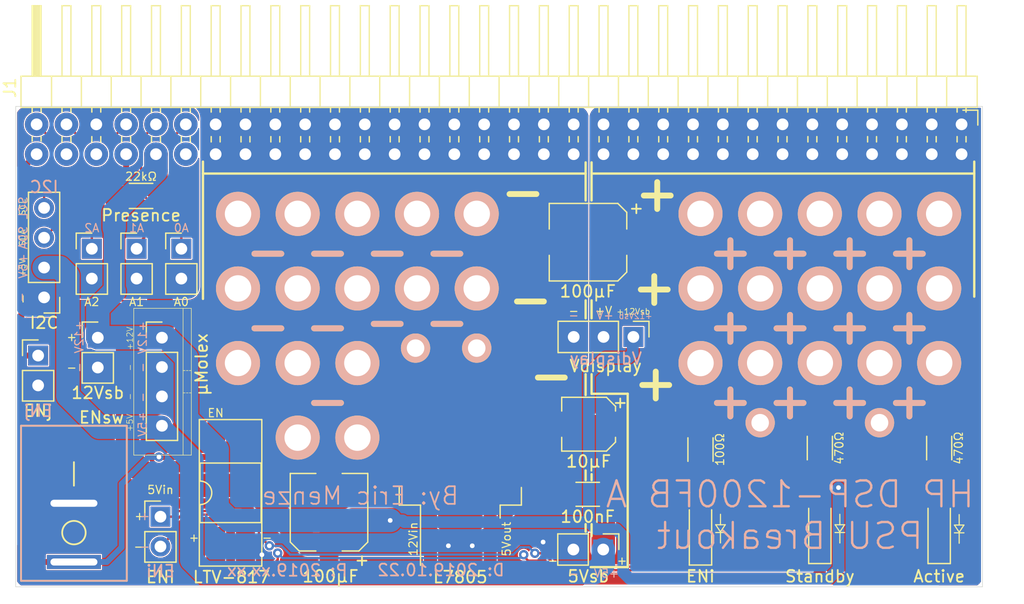
<source format=kicad_pcb>
(kicad_pcb (version 20171130) (host pcbnew "(5.1.4)-1")
  (layers (0 F.Cu signal) (31 B.Cu signal) (34 B.Paste user) (35 F.Paste user) (36 B.SilkS user) (37 F.SilkS user) (38 B.Mask user) (39 F.Mask user) (44 Edge.Cuts user))
  (net 0 "")
  (net 1 GNDREF)
  (net 2 +12Vstandby)
  (net 3 +5V)
  (net 4 +12V)
  (net 5 "Net-(D1-Pad2)")
  (net 6 "Net-(D1-Pad1)")
  (net 7 "Net-(D2-Pad2)")
  (net 8 "Net-(D3-Pad2)")
  (net 9 Alarm)
  (net 10 PRESENT)
  (net 11 Status)
  (net 12 Monitor)
  (net 13 "#ENABLE")
  (net 14 SCL)
  (net 15 SDA)
  (net 16 GNDS)
  (net 17 A2)
  (net 18 A1)
  (net 19 A0)
  (net 20 "Net-(J3-Pad2)")
  (net 21 "Net-(J3-Pad1)")
  (module Footprints:Berg_FDD_Power_1x04_2.50mm (layer F.Cu) (at 129.413 66.421)
    (fp_text reference J4)
    (fp_text value µMolex (at 3.3782 2.286 90) (layer F.SilkS))
    (pad 1 thru_hole rect (at 0 0) (size 1.7 1.7) (drill 1) (layers *.Cu *.Mask) (net 2 +12Vstandby))
    (pad 2 thru_hole oval (at 0 2.5) (size 1.7 1.7) (drill 1) (layers *.Cu *.Mask) (net 1 GNDREF))
    (pad 3 thru_hole oval (at 0 5) (size 1.7 1.7) (drill 1) (layers *.Cu *.Mask) (net 1 GNDREF))
    (pad 4 thru_hole oval (at 0 7.5) (size 1.7 1.7) (drill 1) (layers *.Cu *.Mask) (net 3 +5V))
  )
  (module Footprints:WIRE-16AWG (layer F.Cu) (at 156.21 67.31)
    (fp_text reference J45 hide)
    (fp_text value 0V hide)
    (pad 1 thru_hole circle (at 0 0) (size 2.49 2.49) (drill 1.49) (layers *.Cu *.SilkS *.Mask) (net 1 GNDREF))
  )
  (module Footprints:WIRE-16AWG (layer F.Cu) (at 151.003 67.31)
    (fp_text reference J44 hide)
    (fp_text value 0V hide)
    (pad 1 thru_hole circle (at 0 0) (size 2.49 2.49) (drill 1.49) (layers *.Cu *.SilkS *.Mask) (net 1 GNDREF))
  )
  (module Footprints:WIRE-16AWG (layer F.Cu) (at 190.5 73.66)
    (fp_text reference J43 hide)
    (fp_text value +12V hide)
    (pad 1 thru_hole circle (at 0 0) (size 2.49 2.49) (drill 1.49) (layers *.Cu *.SilkS *.Mask) (net 4 +12V))
  )
  (module Footprints:WIRE-16AWG (layer F.Cu) (at 180.34 73.66)
    (fp_text reference J42 hide)
    (fp_text value +12V hide)
    (pad 1 thru_hole circle (at 0 0) (size 2.49 2.49) (drill 1.49) (layers *.Cu *.SilkS *.Mask) (net 4 +12V))
  )
  (module Footprints:WIRE-12AWG (layer F.Cu) (at 146.05 74.93)
    (fp_text reference J41 hide)
    (fp_text value 0V hide)
    (pad 1 thru_hole circle (at 0 0) (size 3.75 3.75) (drill 2.25) (layers *.Cu *.SilkS *.Mask) (net 1 GNDREF))
  )
  (module Footprints:WIRE-12AWG (layer F.Cu) (at 146.05 68.58)
    (fp_text reference J40 hide)
    (fp_text value 0V hide)
    (pad 1 thru_hole circle (at 0 0) (size 3.75 3.75) (drill 2.25) (layers *.Cu *.SilkS *.Mask) (net 1 GNDREF))
  )
  (module Footprints:WIRE-12AWG (layer F.Cu) (at 140.97 74.93)
    (fp_text reference J39 hide)
    (fp_text value 0V hide)
    (pad 1 thru_hole circle (at 0 0) (size 3.75 3.75) (drill 2.25) (layers *.Cu *.SilkS *.Mask) (net 1 GNDREF))
  )
  (module Footprints:WIRE-12AWG (layer F.Cu) (at 180.34 68.58)
    (fp_text reference J38 hide)
    (fp_text value +12V hide)
    (pad 1 thru_hole circle (at 0 0) (size 3.75 3.75) (drill 2.25) (layers *.Cu *.SilkS *.Mask) (net 4 +12V))
  )
  (module Footprints:WIRE-12AWG (layer F.Cu) (at 175.26 62.23)
    (fp_text reference J37 hide)
    (fp_text value +12V hide)
    (pad 1 thru_hole circle (at 0 0) (size 3.75 3.75) (drill 2.25) (layers *.Cu *.SilkS *.Mask) (net 4 +12V))
  )
  (module Footprints:WIRE-12AWG (layer F.Cu) (at 175.26 68.58)
    (fp_text reference J36 hide)
    (fp_text value +12V hide)
    (pad 1 thru_hole circle (at 0 0) (size 3.75 3.75) (drill 2.25) (layers *.Cu *.SilkS *.Mask) (net 4 +12V))
  )
  (module Footprints:WIRE-12AWG (layer F.Cu) (at 135.89 68.58)
    (fp_text reference J35 hide)
    (fp_text value 0V hide)
    (pad 1 thru_hole circle (at 0 0) (size 3.75 3.75) (drill 2.25) (layers *.Cu *.SilkS *.Mask) (net 1 GNDREF))
  )
  (module Footprints:WIRE-12AWG (layer F.Cu) (at 156.21 62.23)
    (fp_text reference J34 hide)
    (fp_text value 0V hide)
    (pad 1 thru_hole circle (at 0 0) (size 3.75 3.75) (drill 2.25) (layers *.Cu *.SilkS *.Mask) (net 1 GNDREF))
  )
  (module Footprints:WIRE-12AWG (layer F.Cu) (at 151.13 62.23)
    (fp_text reference J33 hide)
    (fp_text value 0V hide)
    (pad 1 thru_hole circle (at 0 0) (size 3.75 3.75) (drill 2.25) (layers *.Cu *.SilkS *.Mask) (net 1 GNDREF))
  )
  (module Footprints:WIRE-12AWG (layer F.Cu) (at 140.97 68.58)
    (fp_text reference J32 hide)
    (fp_text value 0V hide)
    (pad 1 thru_hole circle (at 0 0) (size 3.75 3.75) (drill 2.25) (layers *.Cu *.SilkS *.Mask) (net 1 GNDREF))
  )
  (module Footprints:WIRE-12AWG (layer F.Cu) (at 185.42 68.58)
    (fp_text reference J31 hide)
    (fp_text value +12V hide)
    (pad 1 thru_hole circle (at 0 0) (size 3.75 3.75) (drill 2.25) (layers *.Cu *.SilkS *.Mask) (net 4 +12V))
  )
  (module Footprints:WIRE-12AWG (layer F.Cu) (at 195.58 62.23)
    (fp_text reference J30 hide)
    (fp_text value +12V hide)
    (pad 1 thru_hole circle (at 0 0) (size 3.75 3.75) (drill 2.25) (layers *.Cu *.SilkS *.Mask) (net 4 +12V))
  )
  (module Footprints:WIRE-12AWG (layer F.Cu) (at 180.34 62.23)
    (fp_text reference J29 hide)
    (fp_text value +12V hide)
    (pad 1 thru_hole circle (at 0 0) (size 3.75 3.75) (drill 2.25) (layers *.Cu *.SilkS *.Mask) (net 4 +12V))
  )
  (module Footprints:WIRE-12AWG (layer F.Cu) (at 185.42 62.23)
    (fp_text reference J28 hide)
    (fp_text value +12V hide)
    (pad 1 thru_hole circle (at 0 0) (size 3.75 3.75) (drill 2.25) (layers *.Cu *.SilkS *.Mask) (net 4 +12V))
  )
  (module Footprints:WIRE-12AWG (layer F.Cu) (at 135.89 62.23)
    (fp_text reference J27 hide)
    (fp_text value 0V hide)
    (pad 1 thru_hole circle (at 0 0) (size 3.75 3.75) (drill 2.25) (layers *.Cu *.SilkS *.Mask) (net 1 GNDREF))
  )
  (module Footprints:WIRE-12AWG (layer F.Cu) (at 140.97 62.23)
    (fp_text reference J26 hide)
    (fp_text value 0V hide)
    (pad 1 thru_hole circle (at 0 0) (size 3.75 3.75) (drill 2.25) (layers *.Cu *.SilkS *.Mask) (net 1 GNDREF))
  )
  (module Footprints:WIRE-12AWG (layer F.Cu) (at 146.05 62.23)
    (fp_text reference J25 hide)
    (fp_text value 0V hide)
    (pad 1 thru_hole circle (at 0 0) (size 3.75 3.75) (drill 2.25) (layers *.Cu *.SilkS *.Mask) (net 1 GNDREF))
  )
  (module Footprints:WIRE-12AWG (layer F.Cu) (at 156.21 55.88)
    (fp_text reference J24 hide)
    (fp_text value 0V hide)
    (pad 1 thru_hole circle (at 0 0) (size 3.75 3.75) (drill 2.25) (layers *.Cu *.SilkS *.Mask) (net 1 GNDREF))
  )
  (module Footprints:WIRE-12AWG (layer F.Cu) (at 195.58 68.58)
    (fp_text reference J23 hide)
    (fp_text value +12V hide)
    (pad 1 thru_hole circle (at 0 0) (size 3.75 3.75) (drill 2.25) (layers *.Cu *.SilkS *.Mask) (net 4 +12V))
  )
  (module Footprints:WIRE-12AWG (layer F.Cu) (at 190.5 68.58)
    (fp_text reference J22 hide)
    (fp_text value +12V hide)
    (pad 1 thru_hole circle (at 0 0) (size 3.75 3.75) (drill 2.25) (layers *.Cu *.SilkS *.Mask) (net 4 +12V))
  )
  (module Footprints:WIRE-12AWG (layer F.Cu) (at 195.58 55.88)
    (fp_text reference J21 hide)
    (fp_text value +12V hide)
    (pad 1 thru_hole circle (at 0 0) (size 3.75 3.75) (drill 2.25) (layers *.Cu *.SilkS *.Mask) (net 4 +12V))
  )
  (module Footprints:WIRE-12AWG (layer F.Cu) (at 190.5 62.23)
    (fp_text reference J20 hide)
    (fp_text value +12V hide)
    (pad 1 thru_hole circle (at 0 0) (size 3.75 3.75) (drill 2.25) (layers *.Cu *.SilkS *.Mask) (net 4 +12V))
  )
  (module Footprints:WIRE-12AWG (layer F.Cu) (at 140.97 55.88)
    (fp_text reference J19 hide)
    (fp_text value 0V hide)
    (pad 1 thru_hole circle (at 0 0) (size 3.75 3.75) (drill 2.25) (layers *.Cu *.SilkS *.Mask) (net 1 GNDREF))
  )
  (module Footprints:WIRE-12AWG (layer F.Cu) (at 146.05 55.88)
    (fp_text reference J18 hide)
    (fp_text value 0V hide)
    (pad 1 thru_hole circle (at 0 0) (size 3.75 3.75) (drill 2.25) (layers *.Cu *.SilkS *.Mask) (net 1 GNDREF))
  )
  (module Footprints:WIRE-12AWG (layer F.Cu) (at 151.13 55.88)
    (fp_text reference J17 hide)
    (fp_text value 0V hide)
    (pad 1 thru_hole circle (at 0 0) (size 3.75 3.75) (drill 2.25) (layers *.Cu *.SilkS *.Mask) (net 1 GNDREF))
  )
  (module Footprints:WIRE-12AWG (layer F.Cu) (at 185.42 55.88)
    (fp_text reference J16 hide)
    (fp_text value +12V hide)
    (pad 1 thru_hole circle (at 0 0) (size 3.75 3.75) (drill 2.25) (layers *.Cu *.SilkS *.Mask) (net 4 +12V))
  )
  (module Footprints:WIRE-12AWG (layer F.Cu) (at 175.26 55.88)
    (fp_text reference J15 hide)
    (fp_text value +12V hide)
    (pad 1 thru_hole circle (at 0 0) (size 3.75 3.75) (drill 2.25) (layers *.Cu *.SilkS *.Mask) (net 4 +12V))
  )
  (module Footprints:WIRE-12AWG (layer F.Cu) (at 180.34 55.88)
    (fp_text reference J14 hide)
    (fp_text value +12V hide)
    (pad 1 thru_hole circle (at 0 0) (size 3.75 3.75) (drill 2.25) (layers *.Cu *.SilkS *.Mask) (net 4 +12V))
  )
  (module Footprints:WIRE-12AWG (layer F.Cu) (at 135.89 55.88)
    (fp_text reference J13 hide)
    (fp_text value 0V hide)
    (pad 1 thru_hole circle (at 0 0) (size 3.75 3.75) (drill 2.25) (layers *.Cu *.SilkS *.Mask) (net 1 GNDREF))
  )
  (module Footprints:WIRE-12AWG (layer F.Cu) (at 190.5 55.88)
    (fp_text reference J12 hide)
    (fp_text value +12V hide)
    (pad 1 thru_hole circle (at 0 0) (size 3.75 3.75) (drill 2.25) (layers *.Cu *.SilkS *.Mask) (net 4 +12V))
  )
  (module Capacitors_SMD:CP_Elec_6.3x5.3 (layer F.Cu) (at 143.637 81.28 90)
    (fp_text reference C1)
    (fp_text value 100µF (at -5.461 0.127 180) (layer F.SilkS))
    (fp_text user + (at -4.1275 2.7305 90) (layer F.SilkS))
    (pad 2 smd rect (at 2.7 0 270) (size 3.5 1.6) (layers F.Cu F.Paste F.Mask) (net 1 GNDREF))
    (pad 1 smd rect (at -2.7 0 270) (size 3.5 1.6) (layers F.Cu F.Paste F.Mask) (net 2 +12Vstandby))
  )
  (module Capacitors_SMD:CP_Elec_4x5.3 (layer F.Cu) (at 165.735 73.787 180)
    (fp_text reference C2)
    (fp_text value 10µF (at 0 -3.175) (layer F.SilkS))
    (fp_text user + (at -2.6924 1.8796) (layer F.SilkS))
    (pad 2 smd rect (at 1.8 0) (size 2.6 1.6) (layers F.Cu F.Paste F.Mask) (net 1 GNDREF))
    (pad 1 smd rect (at -1.8 0) (size 2.6 1.6) (layers F.Cu F.Paste F.Mask) (net 3 +5V))
  )
  (module Capacitors_SMD:C_1206_HandSoldering (layer F.Cu) (at 165.6588 79.756 180)
    (fp_text reference C3)
    (fp_text value 100nF (at 0 -1.905) (layer F.SilkS))
    (pad 2 smd rect (at 2 0 180) (size 2 1.6) (layers F.Cu F.Paste F.Mask) (net 1 GNDREF))
    (pad 1 smd rect (at -2 0 180) (size 2 1.6) (layers F.Cu F.Paste F.Mask) (net 3 +5V))
  )
  (module Capacitors_SMD:CP_Elec_6.3x5.3 (layer F.Cu) (at 165.6842 58.293 180)
    (fp_text reference C4)
    (fp_text value 100µF (at 0.0127 -4.191) (layer F.SilkS))
    (fp_text user + (at -4.1148 2.921) (layer F.SilkS))
    (pad 1 smd rect (at -2.7 0) (size 3.5 1.6) (layers F.Cu F.Paste F.Mask) (net 4 +12V))
    (pad 2 smd rect (at 2.7 0) (size 3.5 1.6) (layers F.Cu F.Paste F.Mask) (net 1 GNDREF))
  )
  (module LEDs:LED_1206_HandSoldering (layer F.Cu) (at 175.26 82.677 90)
    (fp_text reference D1)
    (fp_text value ENi (at -4.064 0 180) (layer F.SilkS))
    (pad 2 smd rect (at 2 0 90) (size 2 1.7) (layers F.Cu F.Paste F.Mask) (net 5 "Net-(D1-Pad2)"))
    (pad 1 smd rect (at -2 0 90) (size 2 1.7) (layers F.Cu F.Paste F.Mask) (net 6 "Net-(D1-Pad1)"))
  )
  (module LEDs:LED_1206_HandSoldering (layer F.Cu) (at 185.42 82.55 90)
    (fp_text reference D2)
    (fp_text value Standby (at -4.191 0 180) (layer F.SilkS))
    (pad 2 smd rect (at 2 0 90) (size 2 1.7) (layers F.Cu F.Paste F.Mask) (net 7 "Net-(D2-Pad2)"))
    (pad 1 smd rect (at -2 0 90) (size 2 1.7) (layers F.Cu F.Paste F.Mask) (net 1 GNDREF))
  )
  (module LEDs:LED_1206_HandSoldering (layer F.Cu) (at 195.58 82.55 90)
    (fp_text reference D3)
    (fp_text value Active (at -4.191 0 180) (layer F.SilkS))
    (pad 1 smd rect (at -2 0 90) (size 2 1.7) (layers F.Cu F.Paste F.Mask) (net 1 GNDREF))
    (pad 2 smd rect (at 2 0 90) (size 2 1.7) (layers F.Cu F.Paste F.Mask) (net 8 "Net-(D3-Pad2)"))
  )
  (module Pin_Headers:Pin_Header_Straight_1x02_Pitch2.54mm (layer F.Cu) (at 118.872 67.945)
    (fp_text reference J2)
    (fp_text value ENj (at 0 4.699) (layer F.SilkS))
    (pad 1 thru_hole rect (at 0 0) (size 1.7 1.7) (drill 1) (layers *.Cu *.Mask) (net 13 "#ENABLE"))
    (pad 2 thru_hole oval (at 0 2.54) (size 1.7 1.7) (drill 1) (layers *.Cu *.Mask) (net 1 GNDREF))
  )
  (module Pin_Headers:Pin_Header_Straight_1x02_Pitch2.54mm (layer F.Cu) (at 129.286 81.661)
    (fp_text reference J3)
    (fp_text value ENi (at 0 5.1435) (layer F.SilkS))
    (pad 2 thru_hole oval (at 0 2.54) (size 1.7 1.7) (drill 1) (layers *.Cu *.Mask) (net 20 "Net-(J3-Pad2)"))
    (pad 1 thru_hole rect (at 0 0) (size 1.7 1.7) (drill 1) (layers *.Cu *.Mask) (net 21 "Net-(J3-Pad1)"))
  )
  (module Pin_Headers:Pin_Header_Straight_1x02_Pitch2.54mm (layer F.Cu) (at 166.9796 84.455 270)
    (fp_text reference J5)
    (fp_text value 5Vsb (at 2.286 1.27 180) (layer F.SilkS))
    (pad 2 thru_hole oval (at 0 2.54 270) (size 1.7 1.7) (drill 1) (layers *.Cu *.Mask) (net 1 GNDREF))
    (pad 1 thru_hole rect (at 0 0 270) (size 1.7 1.7) (drill 1) (layers *.Cu *.Mask) (net 3 +5V))
  )
  (module Pin_Headers:Pin_Header_Straight_1x02_Pitch2.54mm (layer F.Cu) (at 123.952 66.421)
    (fp_text reference J6)
    (fp_text value 12Vsb (at 0 4.699 180) (layer F.SilkS))
    (pad 2 thru_hole oval (at 0 2.54) (size 1.7 1.7) (drill 1) (layers *.Cu *.Mask) (net 1 GNDREF))
    (pad 1 thru_hole rect (at 0 0) (size 1.7 1.7) (drill 1) (layers *.Cu *.Mask) (net 2 +12Vstandby))
  )
  (module Pin_Headers:Pin_Header_Straight_1x03_Pitch2.54mm (layer F.Cu) (at 169.545 66.3575 270)
    (fp_text reference J7)
    (fp_text value Vdisplay (at 2.4765 2.3622 180) (layer F.SilkS))
    (pad 3 thru_hole oval (at 0 5.08 270) (size 1.7 1.7) (drill 1) (layers *.Cu *.Mask) (net 1 GNDREF))
    (pad 2 thru_hole oval (at 0 2.54 270) (size 1.7 1.7) (drill 1) (layers *.Cu *.Mask) (net 4 +12V))
    (pad 1 thru_hole rect (at 0 0 270) (size 1.7 1.7) (drill 1) (layers *.Cu *.Mask) (net 2 +12Vstandby))
  )
  (module Pin_Headers:Pin_Header_Straight_1x04_Pitch2.54mm (layer F.Cu) (at 119.38 62.992 180)
    (fp_text reference J8)
    (fp_text value I2C (at 0 -2.159) (layer F.SilkS))
    (pad 1 thru_hole rect (at 0 0 180) (size 1.7 1.7) (drill 1) (layers *.Cu *.Mask) (net 16 GNDS))
    (pad 2 thru_hole oval (at 0 2.54 180) (size 1.7 1.7) (drill 1) (layers *.Cu *.Mask) (net 3 +5V))
    (pad 3 thru_hole oval (at 0 5.08 180) (size 1.7 1.7) (drill 1) (layers *.Cu *.Mask) (net 15 SDA))
    (pad 4 thru_hole oval (at 0 7.62 180) (size 1.7 1.7) (drill 1) (layers *.Cu *.Mask) (net 14 SCL))
  )
  (module Pin_Headers:Pin_Header_Straight_1x02_Pitch2.54mm (layer F.Cu) (at 131.064 58.8518)
    (fp_text reference J9)
    (fp_text value A0 (at 0 4.5212) (layer F.SilkS) (effects (font (size 0.7 0.7) (thickness 0.1))))
    (pad 1 thru_hole rect (at 0 0) (size 1.7 1.7) (drill 1) (layers *.Cu *.Mask) (net 19 A0))
    (pad 2 thru_hole oval (at 0 2.54) (size 1.7 1.7) (drill 1) (layers *.Cu *.Mask) (net 16 GNDS))
  )
  (module Pin_Headers:Pin_Header_Straight_1x02_Pitch2.54mm (layer F.Cu) (at 127.254 58.8518)
    (fp_text reference J10)
    (fp_text value A1 (at 0 4.5212) (layer F.SilkS) (effects (font (size 0.7 0.7) (thickness 0.1))))
    (pad 2 thru_hole oval (at 0 2.54) (size 1.7 1.7) (drill 1) (layers *.Cu *.Mask) (net 16 GNDS))
    (pad 1 thru_hole rect (at 0 0) (size 1.7 1.7) (drill 1) (layers *.Cu *.Mask) (net 18 A1))
  )
  (module Pin_Headers:Pin_Header_Straight_1x02_Pitch2.54mm (layer F.Cu) (at 123.444 58.8518)
    (fp_text reference J11)
    (fp_text value A2 (at 0 4.5212) (layer F.SilkS) (effects (font (size 0.7 0.7) (thickness 0.1))))
    (pad 1 thru_hole rect (at 0 0) (size 1.7 1.7) (drill 1) (layers *.Cu *.Mask) (net 17 A2))
    (pad 2 thru_hole oval (at 0 2.54) (size 1.7 1.7) (drill 1) (layers *.Cu *.Mask) (net 16 GNDS))
  )
  (module Resistors_SMD:R_1206_HandSoldering (layer F.Cu) (at 175.26 75.946 90)
    (fp_text reference R1)
    (fp_text value 100Ω (at 0 1.651 90) (layer F.SilkS) (effects (font (size 0.7 0.7) (thickness 0.1))))
    (pad 2 smd rect (at 2 0 90) (size 2 1.7) (layers F.Cu F.Paste F.Mask) (net 21 "Net-(J3-Pad1)"))
    (pad 1 smd rect (at -2 0 90) (size 2 1.7) (layers F.Cu F.Paste F.Mask) (net 5 "Net-(D1-Pad2)"))
  )
  (module Resistors_SMD:R_1206_HandSoldering (layer F.Cu) (at 185.42 75.819 270)
    (fp_text reference R2)
    (fp_text value 470Ω (at 0 -1.651 90) (layer F.SilkS) (effects (font (size 0.7 0.7) (thickness 0.1))))
    (pad 1 smd rect (at -2 0 270) (size 2 1.7) (layers F.Cu F.Paste F.Mask) (net 2 +12Vstandby))
    (pad 2 smd rect (at 2 0 270) (size 2 1.7) (layers F.Cu F.Paste F.Mask) (net 7 "Net-(D2-Pad2)"))
  )
  (module Resistors_SMD:R_1206_HandSoldering (layer F.Cu) (at 127.635 54.356)
    (fp_text reference R3)
    (fp_text value 22kΩ (at 0 -1.651 180) (layer F.SilkS) (effects (font (size 0.7 0.7) (thickness 0.1))))
    (pad 1 smd rect (at -2 0) (size 2 1.7) (layers F.Cu F.Paste F.Mask) (net 10 PRESENT))
    (pad 2 smd rect (at 2 0) (size 2 1.7) (layers F.Cu F.Paste F.Mask) (net 2 +12Vstandby))
  )
  (module Resistors_SMD:R_1206_HandSoldering (layer F.Cu) (at 195.58 75.819 270)
    (fp_text reference R4)
    (fp_text value 470Ω (at 0 -1.651 90) (layer F.SilkS) (effects (font (size 0.7 0.7) (thickness 0.1))))
    (pad 2 smd rect (at 2 0 270) (size 2 1.7) (layers F.Cu F.Paste F.Mask) (net 8 "Net-(D3-Pad2)"))
    (pad 1 smd rect (at -2 0 270) (size 2 1.7) (layers F.Cu F.Paste F.Mask) (net 4 +12V))
  )
  (module TO_SOT_Packages_SMD:TO-263-3_TabPin2 (layer F.Cu) (at 154.813 77.724 90)
    (fp_text reference U2)
    (fp_text value L7805 (at -9.0805 0 180) (layer F.SilkS))
    (pad 2 smd rect (at 0.95 2.775 90) (size 4.55 5.25) (layers F.Cu F.Paste) (net 1 GNDREF))
    (pad 2 smd rect (at 5.8 -2.775 90) (size 4.55 5.25) (layers F.Cu F.Paste) (net 1 GNDREF))
    (pad 2 smd rect (at 0.95 -2.775 90) (size 4.55 5.25) (layers F.Cu F.Paste) (net 1 GNDREF))
    (pad 2 smd rect (at 5.8 2.775 90) (size 4.55 5.25) (layers F.Cu F.Paste) (net 1 GNDREF))
    (pad 2 smd rect (at 3.375 0 90) (size 9.4 10.8) (layers F.Cu F.Mask) (net 1 GNDREF))
    (pad 3 smd rect (at -5.775 2.54 90) (size 4.6 1.1) (layers F.Cu F.Paste F.Mask) (net 3 +5V))
    (pad 2 smd rect (at -5.775 0 90) (size 4.6 1.1) (layers F.Cu F.Paste F.Mask) (net 1 GNDREF))
    (pad 1 smd rect (at -5.775 -2.54 90) (size 4.6 1.1) (layers F.Cu F.Paste F.Mask) (net 2 +12Vstandby))
  )
  (module Footprints:CommonSlot_2x32P_2.54mm (layer F.Cu) (at 118.745 50.8 90)
    (fp_text reference J1 (at 5.655 -2.27 90) (layer F.SilkS))
    (fp_text value "32x2P Card Edge")
    (pad 1 thru_hole rect (at 2.54 78.74 90) (size 2 2) (drill 1) (layers *.Cu *.Mask) (net 4 +12V))
    (pad 64 thru_hole circle (at 0 78.74 90) (size 2 2) (drill 1) (layers *.Cu *.Mask) (net 4 +12V))
    (pad 2 thru_hole oval (at 2.54 76.2 90) (size 2 2) (drill 1) (layers *.Cu *.Mask) (net 4 +12V))
    (pad 63 thru_hole circle (at 0 76.2 90) (size 2 2) (drill 1) (layers *.Cu *.Mask) (net 4 +12V))
    (pad 3 thru_hole oval (at 2.54 73.66 90) (size 2 2) (drill 1) (layers *.Cu *.Mask) (net 4 +12V))
    (pad 62 thru_hole circle (at 0 73.66 90) (size 2 2) (drill 1) (layers *.Cu *.Mask) (net 4 +12V))
    (pad 4 thru_hole oval (at 2.54 71.12 90) (size 2 2) (drill 1) (layers *.Cu *.Mask) (net 4 +12V))
    (pad 61 thru_hole circle (at 0 71.12 90) (size 2 2) (drill 1) (layers *.Cu *.Mask) (net 4 +12V))
    (pad 5 thru_hole oval (at 2.54 68.58 90) (size 2 2) (drill 1) (layers *.Cu *.Mask) (net 4 +12V))
    (pad 60 thru_hole circle (at 0 68.58 90) (size 2 2) (drill 1) (layers *.Cu *.Mask) (net 4 +12V))
    (pad 6 thru_hole oval (at 2.54 66.04 90) (size 2 2) (drill 1) (layers *.Cu *.Mask) (net 4 +12V))
    (pad 59 thru_hole circle (at 0 66.04 90) (size 2 2) (drill 1) (layers *.Cu *.Mask) (net 4 +12V))
    (pad 7 thru_hole oval (at 2.54 63.5 90) (size 2 2) (drill 1) (layers *.Cu *.Mask) (net 4 +12V))
    (pad 58 thru_hole circle (at 0 63.5 90) (size 2 2) (drill 1) (layers *.Cu *.Mask) (net 4 +12V))
    (pad 8 thru_hole oval (at 2.54 60.96 90) (size 2 2) (drill 1) (layers *.Cu *.Mask) (net 4 +12V))
    (pad 57 thru_hole circle (at 0 60.96 90) (size 2 2) (drill 1) (layers *.Cu *.Mask) (net 4 +12V))
    (pad 9 thru_hole oval (at 2.54 58.42 90) (size 2 2) (drill 1) (layers *.Cu *.Mask) (net 4 +12V))
    (pad 56 thru_hole circle (at 0 58.42 90) (size 2 2) (drill 1) (layers *.Cu *.Mask) (net 4 +12V))
    (pad 10 thru_hole oval (at 2.54 55.88 90) (size 2 2) (drill 1) (layers *.Cu *.Mask) (net 4 +12V))
    (pad 55 thru_hole circle (at 0 55.88 90) (size 2 2) (drill 1) (layers *.Cu *.Mask) (net 4 +12V))
    (pad 11 thru_hole oval (at 2.54 53.34 90) (size 2 2) (drill 1) (layers *.Cu *.Mask) (net 4 +12V))
    (pad 54 thru_hole circle (at 0 53.34 90) (size 2 2) (drill 1) (layers *.Cu *.Mask) (net 4 +12V))
    (pad 12 thru_hole oval (at 2.54 50.8 90) (size 2 2) (drill 1) (layers *.Cu *.Mask) (net 4 +12V))
    (pad 53 thru_hole circle (at 0 50.8 90) (size 2 2) (drill 1) (layers *.Cu *.Mask) (net 4 +12V))
    (pad 13 thru_hole oval (at 2.54 48.26 90) (size 2 2) (drill 1) (layers *.Cu *.Mask) (net 4 +12V))
    (pad 52 thru_hole circle (at 0 48.26 90) (size 2 2) (drill 1) (layers *.Cu *.Mask) (net 4 +12V))
    (pad 14 thru_hole oval (at 2.54 45.72 90) (size 2 2) (drill 1) (layers *.Cu *.Mask) (net 1 GNDREF))
    (pad 51 thru_hole circle (at 0 45.72 90) (size 2 2) (drill 1) (layers *.Cu *.Mask) (net 1 GNDREF))
    (pad 15 thru_hole oval (at 2.54 43.18 90) (size 2 2) (drill 1) (layers *.Cu *.Mask) (net 1 GNDREF))
    (pad 50 thru_hole circle (at 0 43.18 90) (size 2 2) (drill 1) (layers *.Cu *.Mask) (net 1 GNDREF))
    (pad 16 thru_hole oval (at 2.54 40.64 90) (size 2 2) (drill 1) (layers *.Cu *.Mask) (net 1 GNDREF))
    (pad 49 thru_hole circle (at 0 40.64 90) (size 2 2) (drill 1) (layers *.Cu *.Mask) (net 1 GNDREF))
    (pad 17 thru_hole oval (at 2.54 38.1 90) (size 2 2) (drill 1) (layers *.Cu *.Mask) (net 1 GNDREF))
    (pad 48 thru_hole circle (at 0 38.1 90) (size 2 2) (drill 1) (layers *.Cu *.Mask) (net 1 GNDREF))
    (pad 18 thru_hole oval (at 2.54 35.56 90) (size 2 2) (drill 1) (layers *.Cu *.Mask) (net 1 GNDREF))
    (pad 47 thru_hole circle (at 0 35.56 90) (size 2 2) (drill 1) (layers *.Cu *.Mask) (net 1 GNDREF))
    (pad 19 thru_hole oval (at 2.54 33.02 90) (size 2 2) (drill 1) (layers *.Cu *.Mask) (net 1 GNDREF))
    (pad 46 thru_hole circle (at 0 33.02 90) (size 2 2) (drill 1) (layers *.Cu *.Mask) (net 1 GNDREF))
    (pad 20 thru_hole oval (at 2.54 30.48 90) (size 2 2) (drill 1) (layers *.Cu *.Mask) (net 1 GNDREF))
    (pad 45 thru_hole circle (at 0 30.48 90) (size 2 2) (drill 1) (layers *.Cu *.Mask) (net 1 GNDREF))
    (pad 21 thru_hole oval (at 2.54 27.94 90) (size 2 2) (drill 1) (layers *.Cu *.Mask) (net 1 GNDREF))
    (pad 44 thru_hole circle (at 0 27.94 90) (size 2 2) (drill 1) (layers *.Cu *.Mask) (net 1 GNDREF))
    (pad 22 thru_hole oval (at 2.54 25.4 90) (size 2 2) (drill 1) (layers *.Cu *.Mask) (net 1 GNDREF))
    (pad 43 thru_hole circle (at 0 25.4 90) (size 2 2) (drill 1) (layers *.Cu *.Mask) (net 1 GNDREF))
    (pad 23 thru_hole oval (at 2.54 22.86 90) (size 2 2) (drill 1) (layers *.Cu *.Mask) (net 1 GNDREF))
    (pad 42 thru_hole circle (at 0 22.86 90) (size 2 2) (drill 1) (layers *.Cu *.Mask) (net 1 GNDREF))
    (pad 24 thru_hole oval (at 2.54 20.32 90) (size 2 2) (drill 1) (layers *.Cu *.Mask) (net 1 GNDREF))
    (pad 41 thru_hole circle (at 0 20.32 90) (size 2 2) (drill 1) (layers *.Cu *.Mask) (net 1 GNDREF))
    (pad 25 thru_hole oval (at 2.54 17.78 90) (size 2 2) (drill 1) (layers *.Cu *.Mask) (net 1 GNDREF))
    (pad 40 thru_hole circle (at 0 17.78 90) (size 2 2) (drill 1) (layers *.Cu *.Mask) (net 1 GNDREF))
    (pad 26 thru_hole oval (at 2.54 15.24 90) (size 2 2) (drill 1) (layers *.Cu *.Mask) (net 1 GNDREF))
    (pad 39 thru_hole circle (at 0 15.24 90) (size 2 2) (drill 1) (layers *.Cu *.Mask) (net 1 GNDREF))
    (pad 27 thru_hole oval (at 2.54 12.7 90) (size 2 2) (drill 1) (layers *.Cu *.Mask) (net 19 A0))
    (pad 38 thru_hole circle (at 0 12.7 90) (size 2 2) (drill 1) (layers *.Cu *.Mask) (net 9 Alarm))
    (pad 28 thru_hole oval (at 2.54 10.16 90) (size 2 2) (drill 1) (layers *.Cu *.Mask) (net 18 A1))
    (pad 37 thru_hole circle (at 0 10.16 90) (size 2 2) (drill 1) (layers *.Cu *.Mask) (net 2 +12Vstandby))
    (pad 29 thru_hole oval (at 2.54 7.62 90) (size 2 2) (drill 1) (layers *.Cu *.Mask) (net 17 A2))
    (pad 36 thru_hole circle (at 0 7.62 90) (size 2 2) (drill 1) (layers *.Cu *.Mask) (net 10 PRESENT))
    (pad 30 thru_hole oval (at 2.54 5.08 90) (size 2 2) (drill 1) (layers *.Cu *.Mask) (net 16 GNDS))
    (pad 35 thru_hole circle (at 0 5.08 90) (size 2 2) (drill 1) (layers *.Cu *.Mask) (net 11 Status))
    (pad 31 thru_hole circle (at 2.54 2.54 90) (size 2 2) (drill 1) (layers *.Cu *.Mask) (net 15 SDA))
    (pad 34 thru_hole circle (at 0 2.54 90) (size 2 2) (drill 1) (layers *.Cu *.Mask) (net 12 Monitor))
    (pad 32 thru_hole circle (at 2.54 0 90) (size 2 2) (drill 1) (layers *.Cu *.Mask) (net 14 SCL))
    (pad 33 thru_hole circle (at 0 0 90) (size 2 2) (drill 1) (layers *.Cu *.Mask) (net 13 "#ENABLE"))
  )
  (module Footprints:SW_SPST_Rocker (layer F.Cu) (at 121.92 80.518)
    (fp_text reference SW1)
    (fp_text value ENsw (at 2.3495 -7.3025) (layer F.SilkS))
    (pad 1 thru_hole rect (at 0 5) (size 4.6 1.2) (drill oval 4 0.6) (layers *.Cu *.Mask) (net 13 "#ENABLE"))
    (pad 2 thru_hole oval (at 0 0) (size 4.6 1.2) (drill oval 4 0.6) (layers *.Cu *.Mask) (net 1 GNDREF))
  )
  (module Housings_DIP:DIP-4_W8.89mm_SMDSocket_LongPads (layer F.Cu) (at 135.255 79.629 90)
    (fp_text reference U1)
    (fp_text value LTV-817 (at -7.1755 0.0635 180) (layer F.SilkS))
    (pad 4 smd rect (at 4.445 -1.27 90) (size 3.1 1.6) (layers F.Cu F.Paste F.Mask) (net 13 "#ENABLE"))
    (pad 2 smd rect (at -4.445 1.27 90) (size 3.1 1.6) (layers F.Cu F.Paste F.Mask) (net 20 "Net-(J3-Pad2)"))
    (pad 3 smd rect (at 4.445 1.27 90) (size 3.1 1.6) (layers F.Cu F.Paste F.Mask) (net 1 GNDREF))
    (pad 1 smd rect (at -4.445 -1.27 90) (size 3.1 1.6) (layers F.Cu F.Paste F.Mask) (net 6 "Net-(D1-Pad1)"))
  )
  (gr_line (start 176.5554 82.3468) (end 177.3682 82.3468) (layer F.SilkS) (width 0.1))
  (gr_line (start 176.5554 83.0072) (end 177.3682 83.0072) (layer F.SilkS) (width 0.1))
  (gr_line (start 176.9618 82.9564) (end 177.3682 82.3468) (layer F.SilkS) (width 0.1))
  (gr_line (start 176.9618 81.4578) (end 176.9618 82.3468) (layer F.SilkS) (width 0.1))
  (gr_line (start 176.5554 82.3468) (end 176.9618 82.9564) (layer F.SilkS) (width 0.1))
  (gr_line (start 176.9618 83.0072) (end 176.9618 83.8962) (layer F.SilkS) (width 0.1))
  (gr_line (start 196.8754 82.3722) (end 197.6882 82.3722) (layer F.SilkS) (width 0.1))
  (gr_line (start 197.2818 83.0326) (end 197.2818 83.9216) (layer F.SilkS) (width 0.1))
  (gr_line (start 196.8754 83.0326) (end 197.6882 83.0326) (layer F.SilkS) (width 0.1))
  (gr_line (start 197.2818 81.4832) (end 197.2818 82.3722) (layer F.SilkS) (width 0.1))
  (gr_line (start 197.2818 82.9818) (end 197.6882 82.3722) (layer F.SilkS) (width 0.1))
  (gr_line (start 196.8754 82.3722) (end 197.2818 82.9818) (layer F.SilkS) (width 0.1))
  (gr_line (start 187.1218 83.0072) (end 187.1218 83.8962) (layer F.SilkS) (width 0.1))
  (gr_line (start 187.1218 81.4578) (end 187.1218 82.3468) (layer F.SilkS) (width 0.1))
  (gr_line (start 186.7154 83.0072) (end 187.5282 83.0072) (layer F.SilkS) (width 0.1))
  (gr_line (start 186.7154 82.3468) (end 187.5282 82.3468) (layer F.SilkS) (width 0.1))
  (gr_line (start 187.1218 82.9564) (end 187.5282 82.3468) (layer F.SilkS) (width 0.1))
  (gr_line (start 186.7154 82.3468) (end 187.1218 82.9564) (layer F.SilkS) (width 0.1))
  (gr_text Vdisplay (at 167.1955 68.199) (layer B.SilkS) (effects (font (size 1 1)) (justify mirror)))
  (gr_text I2C (at 119.38 53.594) (layer B.SilkS) (effects (font (size 1 1)) (justify mirror)))
  (gr_text SCL (at 117.602 55.372 90) (layer B.SilkS) (effects (font (size 0.7 0.7) (thickness 0.1)) (justify mirror)))
  (gr_text SDA (at 117.602 57.912 90) (layer B.SilkS) (effects (font (size 0.7 0.7) (thickness 0.1)) (justify mirror)))
  (gr_text A2 (at 123.444 57.0865) (layer B.SilkS) (effects (font (size 0.7 0.7) (thickness 0.1)) (justify mirror)))
  (gr_text A1 (at 127.254 57.0865) (layer B.SilkS) (effects (font (size 0.7 0.7) (thickness 0.1)) (justify mirror)))
  (gr_text A0 (at 131.064 57.0865) (layer B.SilkS) (effects (font (size 0.7 0.7) (thickness 0.1)) (justify mirror)))
  (gr_text + (at 127.9525 81.5975) (layer B.SilkS) (effects (font (size 0.7 0.7) (thickness 0.1)) (justify mirror)))
  (gr_text - (at 127.9525 84.201) (layer B.SilkS) (effects (font (size 0.7 0.7) (thickness 0.1)) (justify mirror)))
  (gr_text ENi (at 129.286 86.2965) (layer B.SilkS) (effects (font (size 1 1)) (justify mirror)))
  (gr_text ENj (at 118.872 72.644) (layer B.SilkS) (effects (font (size 1 1)) (justify mirror)))
  (gr_text - (at 164.465 86.614 180) (layer B.SilkS) (effects (font (size 0.7 0.7) (thickness 0.1)) (justify mirror)))
  (gr_text - (at 117.475 62.992 90) (layer B.SilkS) (effects (font (size 0.7 0.7) (thickness 0.1)) (justify mirror)))
  (gr_text - (at 122.3645 68.961 90) (layer B.SilkS) (effects (font (size 0.7 0.7) (thickness 0.1)) (justify mirror)))
  (gr_text - (at 127.762 71.501 90) (layer B.SilkS) (effects (font (size 0.7 0.7) (thickness 0.1)) (justify mirror)))
  (gr_text - (at 127.762 68.961 90) (layer B.SilkS) (effects (font (size 0.7 0.7) (thickness 0.1)) (justify mirror)))
  (gr_text +12V (at 122.3645 66.3575 90) (layer B.SilkS) (effects (font (size 0.7 0.7) (thickness 0.1)) (justify mirror)))
  (gr_text +12V (at 127.762 66.421 90) (layer B.SilkS) (effects (font (size 0.7 0.7) (thickness 0.1)) (justify mirror)))
  (gr_text +5V (at 127.762 73.787 90) (layer B.SilkS) (effects (font (size 0.7 0.7) (thickness 0.1)) (justify mirror)))
  (gr_text +5V (at 117.602 60.325 90) (layer B.SilkS) (effects (font (size 0.7 0.7) (thickness 0.1)) (justify mirror)))
  (gr_text +5V (at 167.259 86.487) (layer B.SilkS) (effects (font (size 0.7 0.7) (thickness 0.1)) (justify mirror)))
  (gr_text +12Vsb (at 169.7355 64.5795) (layer B.SilkS) (effects (font (size 0.5 0.5) (thickness 0.07)) (justify mirror)))
  (gr_text +V (at 167.132 64.516) (layer B.SilkS) (effects (font (size 0.7 0.7) (thickness 0.1)) (justify mirror)))
  (gr_text - (at 164.465 64.516) (layer B.SilkS) (effects (font (size 0.7 0.7) (thickness 0.1)) (justify mirror)))
  (gr_text + (at 193.04 71.755) (layer B.SilkS) (effects (font (size 3 3) (thickness 0.5)) (justify mirror)))
  (gr_text + (at 187.96 71.755) (layer B.SilkS) (effects (font (size 3 3) (thickness 0.5)) (justify mirror)))
  (gr_text + (at 182.88 71.755) (layer B.SilkS) (effects (font (size 3 3) (thickness 0.5)) (justify mirror)))
  (gr_text + (at 177.8 71.755) (layer B.SilkS) (effects (font (size 3 3) (thickness 0.5)) (justify mirror)))
  (gr_text + (at 193.04 65.405) (layer B.SilkS) (effects (font (size 3 3) (thickness 0.5)) (justify mirror)))
  (gr_text + (at 187.96 65.405) (layer B.SilkS) (effects (font (size 3 3) (thickness 0.5)) (justify mirror)))
  (gr_text + (at 182.88 65.405) (layer B.SilkS) (effects (font (size 3 3) (thickness 0.5)) (justify mirror)))
  (gr_text + (at 177.8 65.405) (layer B.SilkS) (effects (font (size 3 3) (thickness 0.5)) (justify mirror)))
  (gr_text + (at 193.04 59.055) (layer B.SilkS) (effects (font (size 3 3) (thickness 0.5)) (justify mirror)))
  (gr_text + (at 187.96 59.055) (layer B.SilkS) (effects (font (size 3 3) (thickness 0.5)) (justify mirror)))
  (gr_text + (at 182.88 59.055) (layer B.SilkS) (effects (font (size 3 3) (thickness 0.5)) (justify mirror)))
  (gr_text - (at 143.51 71.755) (layer B.SilkS) (effects (font (size 3 3) (thickness 0.5)) (justify mirror)))
  (gr_text - (at 153.67 65.024) (layer B.SilkS) (effects (font (size 3 3) (thickness 0.5)) (justify mirror)))
  (gr_text - (at 148.59 65.024) (layer B.SilkS) (effects (font (size 3 3) (thickness 0.5)) (justify mirror)))
  (gr_text - (at 143.51 65.405) (layer B.SilkS) (effects (font (size 3 3) (thickness 0.5)) (justify mirror)))
  (gr_text - (at 138.43 65.405) (layer B.SilkS) (effects (font (size 3 3) (thickness 0.5)) (justify mirror)))
  (gr_text - (at 153.67 59.055) (layer B.SilkS) (effects (font (size 3 3) (thickness 0.5)) (justify mirror)))
  (gr_text - (at 148.59 59.055) (layer B.SilkS) (effects (font (size 3 3) (thickness 0.5)) (justify mirror)))
  (gr_text - (at 143.51 59.055) (layer B.SilkS) (effects (font (size 3 3) (thickness 0.5)) (justify mirror)))
  (gr_text + (at 177.8 59.055) (layer B.SilkS) (effects (font (size 3 3) (thickness 0.5)) (justify mirror)))
  (gr_text - (at 138.43 59.055) (layer B.SilkS) (effects (font (size 3 3) (thickness 0.5)) (justify mirror)))
  (gr_text + (at 171.323 62.103) (layer F.SilkS) (effects (font (size 3 3) (thickness 0.5))))
  (gr_text "P: 2019.xx.xx" (at 140.081 86.233) (layer B.SilkS) (effects (font (size 1 1)) (justify mirror)))
  (gr_text "D: 2019.10.22" (at 153.162 86.2076) (layer B.SilkS) (effects (font (size 1 1)) (justify mirror)))
  (gr_text "By: Eric Menze" (at 146.304 79.883) (layer B.SilkS) (effects (font (size 1.5 1.5)) (justify mirror)))
  (gr_text "HP DSP-1200FB A\nPSU Breakout" (at 182.88 81.534) (layer B.SilkS) (effects (font (size 2.2 2.2) (thickness 0.2)) (justify mirror)))
  (gr_line (start 165.9128 85.9536) (end 169.0624 85.9536) (layer F.SilkS) (width 0.2))
  (gr_line (start 169.0624 85.9536) (end 169.0624 71.1962) (layer F.SilkS) (width 0.2))
  (gr_line (start 165.989 71.1962) (end 169.0624 71.1962) (layer F.SilkS) (width 0.2))
  (gr_text - (at 160.782 63.119) (layer F.SilkS) (effects (font (size 3 3) (thickness 0.5))))
  (gr_text - (at 160.147 53.975) (layer F.SilkS) (effects (font (size 3 3) (thickness 0.5))))
  (gr_text + (at 171.577 54.102) (layer F.SilkS) (effects (font (size 3 3) (thickness 0.5))))
  (gr_text + (at 171.45 70.231) (layer F.SilkS) (effects (font (size 3 3) (thickness 0.5))))
  (gr_text - (at 162.56 69.596) (layer F.SilkS) (effects (font (size 3 3) (thickness 0.5))))
  (gr_text - (at 126.6825 68.961 90) (layer F.SilkS) (effects (font (size 0.5 0.5) (thickness 0.05))))
  (gr_text - (at 126.6825 71.4375 90) (layer F.SilkS) (effects (font (size 0.5 0.5) (thickness 0.05))))
  (gr_text + (at 132.1435 83.439) (layer F.SilkS) (effects (font (size 0.7 0.7) (thickness 0.1))))
  (gr_text - (at 138.3665 83.439) (layer F.SilkS) (effects (font (size 0.7 0.7) (thickness 0.1))))
  (gr_text EN (at 133.985 72.8345) (layer F.SilkS) (effects (font (size 0.7 0.7) (thickness 0.1))))
  (gr_text +5V (at 117.5385 60.452 90) (layer F.SilkS) (effects (font (size 0.5 0.5) (thickness 0.07))))
  (gr_text SCL (at 117.5385 55.3085 90) (layer F.SilkS) (effects (font (size 0.5 0.5) (thickness 0.07))))
  (gr_text SDA (at 117.5385 57.912 90) (layer F.SilkS) (effects (font (size 0.5 0.5) (thickness 0.07))))
  (gr_text - (at 117.5385 63.119 90) (layer F.SilkS) (effects (font (size 0.7 0.7) (thickness 0.1))))
  (gr_line (start 165.989 82.296) (end 165.989 83.312) (layer F.SilkS) (width 0.2))
  (gr_line (start 165.481 82.296) (end 165.481 82.931) (layer F.SilkS) (width 0.2))
  (gr_line (start 165.989 78.0415) (end 165.989 78.5495) (layer F.SilkS) (width 0.2))
  (gr_line (start 165.481 77.724) (end 165.481 78.5495) (layer F.SilkS) (width 0.2))
  (gr_line (start 165.989 69.5325) (end 165.989 71.1962) (layer F.SilkS) (width 0.2))
  (gr_line (start 165.481 69.5325) (end 165.481 71.3105) (layer F.SilkS) (width 0.2))
  (gr_line (start 165.481 63.246) (end 165.481 64.77) (layer F.SilkS) (width 0.2))
  (gr_line (start 165.989 63.246) (end 165.989 64.77) (layer F.SilkS) (width 0.2))
  (gr_line (start 132.9055 51.435) (end 132.9055 63.119) (layer F.SilkS) (width 0.2))
  (gr_line (start 198.5645 51.435) (end 198.5645 62.9285) (layer F.SilkS) (width 0.2))
  (gr_line (start 165.989 51.4985) (end 165.989 54.737) (layer F.SilkS) (width 0.2))
  (gr_line (start 165.481 51.4985) (end 165.481 54.737) (layer F.SilkS) (width 0.2))
  (gr_line (start 165.989 52.451) (end 198.5645 52.451) (layer F.SilkS) (width 0.2))
  (gr_line (start 132.9055 52.451) (end 165.481 52.451) (layer F.SilkS) (width 0.2))
  (gr_text 12Vin (at 150.8125 83.566 90) (layer F.SilkS) (effects (font (size 0.7 0.7) (thickness 0.1))))
  (gr_text 5Vout (at 158.75 83.566 90) (layer F.SilkS) (effects (font (size 0.7 0.7) (thickness 0.1))))
  (gr_text 5Vin (at 129.286 79.375) (layer F.SilkS) (effects (font (size 0.7 0.7) (thickness 0.1))))
  (gr_text + (at 193.04 71.755) (layer F.SilkS) (effects (font (size 3 3) (thickness 0.5))))
  (gr_text + (at 177.8 71.755) (layer F.SilkS) (effects (font (size 3 3) (thickness 0.5))))
  (gr_text + (at 187.96 71.755) (layer F.SilkS) (effects (font (size 3 3) (thickness 0.5))))
  (gr_text + (at 182.88 71.755) (layer F.SilkS) (effects (font (size 3 3) (thickness 0.5))))
  (gr_text - (at 153.67 65.024) (layer F.SilkS) (effects (font (size 3 3) (thickness 0.5))))
  (gr_text - (at 148.59 65.024) (layer F.SilkS) (effects (font (size 3 3) (thickness 0.5))))
  (gr_text - (at 127.4445 84.201) (layer F.SilkS) (effects (font (size 0.7 0.7) (thickness 0.1))))
  (gr_text + (at 127.508 81.5975) (layer F.SilkS) (effects (font (size 0.7 0.7) (thickness 0.1))))
  (gr_text - (at 138.43 59.055) (layer F.SilkS) (effects (font (size 3 3) (thickness 0.5))))
  (gr_text - (at 143.51 59.055) (layer F.SilkS) (effects (font (size 3 3) (thickness 0.5))))
  (gr_text - (at 148.59 59.055) (layer F.SilkS) (effects (font (size 3 3) (thickness 0.5))))
  (gr_text - (at 143.51 65.405) (layer F.SilkS) (effects (font (size 3 3) (thickness 0.5))))
  (gr_text + (at 187.96 65.405) (layer F.SilkS) (effects (font (size 3 3) (thickness 0.5))))
  (gr_text + (at 193.04 59.055) (layer F.SilkS) (effects (font (size 3 3) (thickness 0.5))))
  (gr_text + (at 187.96 59.055) (layer F.SilkS) (effects (font (size 3 3) (thickness 0.5))))
  (gr_text + (at 182.88 59.055) (layer F.SilkS) (effects (font (size 3 3) (thickness 0.5))))
  (gr_text + (at 177.8 59.055) (layer F.SilkS) (effects (font (size 3 3) (thickness 0.5))))
  (gr_text - (at 153.67 59.055) (layer F.SilkS) (effects (font (size 3 3) (thickness 0.5))))
  (gr_text - (at 138.43 65.405) (layer F.SilkS) (effects (font (size 3 3) (thickness 0.5))))
  (gr_text - (at 143.51 71.755) (layer F.SilkS) (effects (font (size 3 3) (thickness 0.5))))
  (gr_text + (at 177.8 65.405) (layer F.SilkS) (effects (font (size 3 3) (thickness 0.5))))
  (gr_text + (at 193.04 65.405) (layer F.SilkS) (effects (font (size 3 3) (thickness 0.5))))
  (gr_text + (at 182.88 65.405) (layer F.SilkS) (effects (font (size 3 3) (thickness 0.5))))
  (gr_text - (at 162.687 85.3948) (layer F.SilkS) (effects (font (size 0.7 0.7) (thickness 0.1))))
  (gr_text - (at 164.465 64.135) (layer F.SilkS) (effects (font (size 0.7 0.7) (thickness 0.1))))
  (gr_text +12Vsb (at 169.545 64.1985) (layer F.SilkS) (effects (font (size 0.5 0.5) (thickness 0.07))))
  (gr_text +V (at 167.005 64.135) (layer F.SilkS) (effects (font (size 0.7 0.7) (thickness 0.1))))
  (gr_text + (at 168.5798 85.3948) (layer F.SilkS) (effects (font (size 0.7 0.7) (thickness 0.1))))
  (gr_text - (at 121.7295 68.961) (layer F.SilkS) (effects (font (size 0.7 0.7) (thickness 0.1))))
  (gr_text + (at 121.7295 66.3575) (layer F.SilkS) (effects (font (size 0.7 0.7) (thickness 0.1))))
  (gr_text +5V (at 126.6825 73.66 90) (layer F.SilkS) (effects (font (size 0.5 0.5) (thickness 0.05))))
  (gr_text +12V (at 126.6825 66.4845 90) (layer F.SilkS) (effects (font (size 0.5 0.5) (thickness 0.05))))
  (gr_text Presence (at 127.635 56.007) (layer F.SilkS) (effects (font (size 1 1))))
  (gr_line (start 116.967 87.63) (end 116.967 46.736) (layer Edge.Cuts) (width 0.05))
  (gr_line (start 199.263 87.63) (end 116.967 87.63) (layer Edge.Cuts) (width 0.05))
  (gr_line (start 199.263 46.736) (end 199.263 87.63) (layer Edge.Cuts) (width 0.05))
  (gr_line (start 116.967 46.736) (end 199.263 46.736) (layer Edge.Cuts) (width 0.05))
  (segment (start 195.58 86.5505) (end 195.58 84.55) (width 1) (layer F.Cu) (net 1))
  (segment (start 195.199 86.9315) (end 195.58 86.5505) (width 1) (layer F.Cu) (net 1))
  (segment (start 154.813 83.499) (end 154.813 86.233) (width 1) (layer F.Cu) (net 1))
  (segment (start 154.813 86.233) (end 155.5115 86.9315) (width 1) (layer F.Cu) (net 1))
  (segment (start 185.0385 86.9315) (end 184.7215 86.9315) (width 1) (layer F.Cu) (net 1))
  (segment (start 185.42 86.55) (end 185.0385 86.9315) (width 1) (layer F.Cu) (net 1))
  (segment (start 185.42 84.55) (end 185.42 86.55) (width 1) (layer F.Cu) (net 1))
  (segment (start 155.5115 86.9315) (end 184.7215 86.9315) (width 1) (layer F.Cu) (net 1))
  (segment (start 184.7215 86.9315) (end 195.199 86.9315) (width 1) (layer F.Cu) (net 1))
  (segment (start 163.237519 84.455) (end 162.602519 83.82) (width 1) (layer F.Cu) (net 1))
  (segment (start 164.4396 84.455) (end 163.237519 84.455) (width 1) (layer F.Cu) (net 1))
  (via (at 161.8615 83.82) (size 0.8) (drill 0.4) (layers F.Cu B.Cu) (net 1))
  (segment (start 162.602519 83.82) (end 161.8615 83.82) (width 1) (layer F.Cu) (net 1))
  (via (at 155.829 84.1375) (size 0.8) (drill 0.4) (layers F.Cu B.Cu) (net 1))
  (segment (start 154.813 83.499) (end 155.1905 83.499) (width 1) (layer F.Cu) (net 1))
  (segment (start 155.1905 83.499) (end 155.829 84.1375) (width 1) (layer F.Cu) (net 1))
  (via (at 153.797 84.1375) (size 0.8) (drill 0.4) (layers F.Cu B.Cu) (net 1))
  (segment (start 154.813 83.499) (end 154.4355 83.499) (width 1) (layer F.Cu) (net 1))
  (segment (start 154.4355 83.499) (end 153.797 84.1375) (width 1) (layer F.Cu) (net 1))
  (via (at 137.922 84.8995) (size 0.8) (drill 0.4) (layers F.Cu B.Cu) (net 1))
  (segment (start 125.349 57.3278) (end 125.349 62.5) (width 1.8) (layer B.Cu) (net 2))
  (segment (start 129.159 62.5) (end 129.159 57.023) (width 1.8) (layer F.Cu) (net 2))
  (segment (start 126.492 66.421) (end 126.492 76.581) (width 2) (layer F.Cu) (net 2))
  (segment (start 136.851 78.994) (end 141.837 83.98) (width 2) (layer F.Cu) (net 2))
  (segment (start 128.905 78.994) (end 136.851 78.994) (width 2) (layer F.Cu) (net 2))
  (segment (start 141.837 83.98) (end 143.637 83.98) (width 2) (layer F.Cu) (net 2))
  (segment (start 126.492 76.581) (end 128.905 78.994) (width 2) (layer F.Cu) (net 2))
  (segment (start 123.952 66.421) (end 126.492 66.421) (width 2) (layer F.Cu) (net 2))
  (via (at 187.0075 79.1845) (size 0.8) (drill 0.4) (layers F.Cu B.Cu) (net 2))
  (via (at 148.844 81.9785) (size 1.5) (drill 0.4) (layers F.Cu B.Cu) (net 2))
  (segment (start 167.1574 68.1228) (end 169.1344 68.1228) (width 1) (layer B.Cu) (net 2))
  (segment (start 165.7604 69.5198) (end 167.1574 68.1228) (width 1) (layer B.Cu) (net 2))
  (segment (start 169.1344 68.1228) (end 169.4942 67.763) (width 1) (layer B.Cu) (net 2))
  (segment (start 165.7604 82.1182) (end 165.7604 69.5198) (width 1) (layer B.Cu) (net 2))
  (segment (start 128.905 52.214213) (end 125.349 55.770213) (width 2) (layer B.Cu) (net 2))
  (segment (start 128.905 50.8) (end 128.905 52.214213) (width 2) (layer B.Cu) (net 2))
  (segment (start 125.349 55.770213) (end 125.349 57.076798) (width 2) (layer B.Cu) (net 2))
  (segment (start 123.952 63.897) (end 125.349 62.5) (width 2) (layer B.Cu) (net 2))
  (segment (start 123.952 66.421) (end 123.952 63.897) (width 2) (layer B.Cu) (net 2))
  (segment (start 129.635 56.547) (end 129.159 57.023) (width 2) (layer F.Cu) (net 2))
  (segment (start 129.635 54.356) (end 129.635 56.547) (width 2) (layer F.Cu) (net 2))
  (segment (start 128.905 53.626) (end 129.635 54.356) (width 2) (layer F.Cu) (net 2))
  (segment (start 128.905 50.8) (end 128.905 53.626) (width 2) (layer F.Cu) (net 2))
  (segment (start 169.4942 67.763) (end 169.4942 66.4083) (width 1) (layer B.Cu) (net 2))
  (segment (start 168.0972 82.7278) (end 166.37 82.7278) (width 1) (layer B.Cu) (net 2))
  (segment (start 187.0075 86.106) (end 186.182 86.9315) (width 1) (layer B.Cu) (net 2))
  (segment (start 187.0075 79.1845) (end 187.0075 86.106) (width 1) (layer B.Cu) (net 2))
  (segment (start 166.37 82.7278) (end 165.7604 82.1182) (width 1) (layer B.Cu) (net 2))
  (segment (start 186.182 86.9315) (end 169.2148 86.9315) (width 1) (layer B.Cu) (net 2))
  (segment (start 169.2148 86.9315) (end 168.6814 86.3981) (width 1) (layer B.Cu) (net 2))
  (segment (start 168.6814 86.3981) (end 168.6814 83.312) (width 1) (layer B.Cu) (net 2))
  (segment (start 168.6814 83.312) (end 168.0972 82.7278) (width 1) (layer B.Cu) (net 2))
  (segment (start 185.42 75.819) (end 185.42 73.819) (width 1) (layer F.Cu) (net 2))
  (segment (start 185.4835 75.8825) (end 185.42 75.819) (width 1) (layer F.Cu) (net 2))
  (segment (start 186.413502 75.8825) (end 185.4835 75.8825) (width 1) (layer F.Cu) (net 2))
  (segment (start 187.0075 76.476498) (end 186.413502 75.8825) (width 1) (layer F.Cu) (net 2))
  (segment (start 187.0075 79.1845) (end 187.0075 76.476498) (width 1) (layer F.Cu) (net 2))
  (segment (start 150.04436 82.1182) (end 165.7604 82.1182) (width 1) (layer B.Cu) (net 2))
  (segment (start 148.844 81.9785) (end 149.90466 81.9785) (width 1) (layer B.Cu) (net 2))
  (segment (start 149.90466 81.9785) (end 150.04436 82.1182) (width 1) (layer B.Cu) (net 2))
  (segment (start 151.792 83.98) (end 152.273 83.499) (width 2) (layer F.Cu) (net 2))
  (segment (start 143.637 83.98) (end 151.792 83.98) (width 2) (layer F.Cu) (net 2))
  (segment (start 150.7525 81.9785) (end 152.273 83.499) (width 2) (layer F.Cu) (net 2))
  (segment (start 148.844 81.9785) (end 150.7525 81.9785) (width 2.1) (layer F.Cu) (net 2))
  (segment (start 145.6385 81.9785) (end 143.637 83.98) (width 2) (layer F.Cu) (net 2))
  (segment (start 148.844 81.9785) (end 145.6385 81.9785) (width 2.1) (layer F.Cu) (net 2))
  (segment (start 123.952 66.421) (end 129.413 66.421) (width 2) (layer B.Cu) (net 2))
  (segment (start 126.492 66.421) (end 129.413 66.421) (width 2) (layer F.Cu) (net 2))
  (segment (start 129.794 66.421) (end 129.413 66.421) (width 2) (layer B.Cu) (net 2))
  (segment (start 135.1915 81.9785) (end 134.112 80.899) (width 2) (layer B.Cu) (net 2))
  (segment (start 148.844 81.9785) (end 135.1915 81.9785) (width 2) (layer B.Cu) (net 2))
  (segment (start 134.112 80.899) (end 134.112 75.946) (width 2) (layer B.Cu) (net 2))
  (segment (start 134.112 75.946) (end 131.5085 73.3425) (width 2) (layer B.Cu) (net 2))
  (segment (start 131.5085 73.3425) (end 131.5085 68.1355) (width 2) (layer B.Cu) (net 2))
  (segment (start 131.5085 68.1355) (end 129.794 66.421) (width 2) (layer B.Cu) (net 2))
  (segment (start 129.159 63.317) (end 129.159 62.5) (width 2) (layer F.Cu) (net 2))
  (segment (start 129.413 63.571) (end 129.159 63.317) (width 2) (layer F.Cu) (net 2))
  (segment (start 123.952 66.421) (end 123.952 65.9765) (width 2) (layer F.Cu) (net 2))
  (segment (start 125.476 64.4525) (end 129.413 64.4525) (width 2) (layer F.Cu) (net 2))
  (segment (start 123.952 65.9765) (end 125.476 64.4525) (width 2) (layer F.Cu) (net 2))
  (segment (start 129.413 66.421) (end 129.413 64.4525) (width 2) (layer F.Cu) (net 2))
  (segment (start 129.413 64.4525) (end 129.413 63.571) (width 2) (layer F.Cu) (net 2))
  (segment (start 158.903 83.499) (end 157.353 83.499) (width 2) (layer F.Cu) (net 3))
  (segment (start 166.442 81.915) (end 160.487 81.915) (width 2) (layer F.Cu) (net 3))
  (segment (start 160.487 81.915) (end 158.903 83.499) (width 2) (layer F.Cu) (net 3))
  (segment (start 124.079 74.041) (end 129.159 74.041) (width 2) (layer B.Cu) (net 3))
  (segment (start 121.412 71.374) (end 124.079 74.041) (width 2) (layer B.Cu) (net 3))
  (segment (start 166.9796 82.4526) (end 166.9796 84.455) (width 2) (layer F.Cu) (net 3))
  (segment (start 166.442 81.915) (end 166.9796 82.4526) (width 2) (layer F.Cu) (net 3))
  (segment (start 119.38 60.452) (end 120.709081 60.452) (width 2) (layer B.Cu) (net 3))
  (segment (start 120.709081 60.452) (end 121.412 61.154919) (width 2) (layer B.Cu) (net 3))
  (segment (start 121.412 61.154919) (end 121.412 71.374) (width 2) (layer B.Cu) (net 3))
  (segment (start 131.953 85.344) (end 131.953 76.835) (width 2) (layer B.Cu) (net 3))
  (segment (start 166.9796 85.6996) (end 166.274199 86.405001) (width 2) (layer B.Cu) (net 3))
  (segment (start 166.274199 86.405001) (end 133.014001 86.405001) (width 2) (layer B.Cu) (net 3))
  (segment (start 166.9796 84.455) (end 166.9796 85.6996) (width 2) (layer B.Cu) (net 3))
  (segment (start 133.014001 86.405001) (end 131.953 85.344) (width 2) (layer B.Cu) (net 3))
  (segment (start 131.953 76.835) (end 129.159 74.041) (width 2) (layer B.Cu) (net 3))
  (segment (start 166.7764 78.8736) (end 167.6588 79.756) (width 2) (layer F.Cu) (net 3))
  (segment (start 166.7764 74.7776) (end 166.7764 78.8736) (width 2) (layer F.Cu) (net 3))
  (segment (start 167.535 73.787) (end 167.535 74.019) (width 2) (layer F.Cu) (net 3))
  (segment (start 167.535 74.019) (end 166.7764 74.7776) (width 2) (layer F.Cu) (net 3))
  (segment (start 166.9796 79.0768) (end 166.7764 78.8736) (width 2) (layer F.Cu) (net 3))
  (segment (start 166.9796 82.4526) (end 166.9796 79.0768) (width 2) (layer F.Cu) (net 3))
  (segment (start 175.26 77.946) (end 175.26 80.677) (width 1) (layer F.Cu) (net 5))
  (via (at 160.2105 84.8995) (size 0.8) (drill 0.4) (layers F.Cu B.Cu) (net 6))
  (via (at 139.2682 84.7598) (size 0.8) (drill 0.4) (layers F.Cu B.Cu) (net 6))
  (segment (start 133.985 84.824) (end 133.985 84.074) (width 0.2) (layer F.Cu) (net 6))
  (segment (start 135.775 86.614) (end 133.985 84.824) (width 0.2) (layer F.Cu) (net 6))
  (segment (start 137.979685 86.614) (end 135.775 86.614) (width 0.2) (layer F.Cu) (net 6))
  (segment (start 139.2682 85.325485) (end 137.979685 86.614) (width 0.2) (layer F.Cu) (net 6))
  (segment (start 139.2682 84.7598) (end 139.2682 85.325485) (width 0.2) (layer F.Cu) (net 6))
  (segment (start 160.147 84.8995) (end 160.2105 84.8995) (width 0.2) (layer B.Cu) (net 6))
  (segment (start 159.8549 85.1916) (end 160.147 84.8995) (width 0.2) (layer B.Cu) (net 6))
  (segment (start 139.2682 84.7598) (end 139.7 85.1916) (width 0.2) (layer B.Cu) (net 6))
  (segment (start 139.7 85.1916) (end 159.8549 85.1916) (width 0.2) (layer B.Cu) (net 6))
  (segment (start 175.26 84.827) (end 175.26 84.677) (width 0.2) (layer F.Cu) (net 6))
  (segment (start 160.2105 85.0265) (end 160.5915 85.4075) (width 0.2) (layer F.Cu) (net 6))
  (segment (start 160.2105 84.8995) (end 160.2105 85.0265) (width 0.2) (layer F.Cu) (net 6))
  (segment (start 160.5915 85.4075) (end 162.052 85.4075) (width 0.2) (layer F.Cu) (net 6))
  (segment (start 162.052 85.4075) (end 162.860009 86.215509) (width 0.2) (layer F.Cu) (net 6))
  (segment (start 162.860009 86.215509) (end 173.871491 86.215509) (width 0.2) (layer F.Cu) (net 6))
  (segment (start 173.871491 86.215509) (end 175.26 84.827) (width 0.2) (layer F.Cu) (net 6))
  (segment (start 185.42 77.819) (end 185.42 80.55) (width 1) (layer F.Cu) (net 7))
  (segment (start 195.58 77.819) (end 195.58 80.55) (width 1) (layer F.Cu) (net 8))
  (segment (start 126.365 53.626) (end 125.635 54.356) (width 0.5) (layer F.Cu) (net 10))
  (segment (start 126.365 50.8) (end 126.365 53.626) (width 0.5) (layer F.Cu) (net 10))
  (segment (start 117.44201 52.10299) (end 118.745 50.8) (width 0.5) (layer F.Cu) (net 13))
  (segment (start 117.44201 66.51501) (end 117.44201 52.10299) (width 0.5) (layer F.Cu) (net 13))
  (via (at 129.159 76.581) (size 0.8) (drill 0.4) (layers F.Cu B.Cu) (net 13))
  (segment (start 133.338 76.581) (end 129.159 76.581) (width 0.5) (layer F.Cu) (net 13))
  (segment (start 133.985 75.184) (end 133.985 75.934) (width 0.5) (layer F.Cu) (net 13))
  (segment (start 133.985 75.934) (end 133.338 76.581) (width 0.5) (layer F.Cu) (net 13))
  (segment (start 128.27 76.581) (end 129.159 76.581) (width 0.5) (layer B.Cu) (net 13))
  (segment (start 125.984 78.867) (end 128.27 76.581) (width 0.5) (layer B.Cu) (net 13))
  (segment (start 125.984 84.254) (end 125.984 78.867) (width 0.5) (layer B.Cu) (net 13))
  (segment (start 124.72 85.518) (end 125.984 84.254) (width 0.5) (layer B.Cu) (net 13))
  (segment (start 121.92 85.518) (end 124.72 85.518) (width 0.5) (layer B.Cu) (net 13))
  (segment (start 119.12 85.518) (end 121.92 85.518) (width 0.5) (layer F.Cu) (net 13))
  (segment (start 117.44201 83.84001) (end 119.12 85.518) (width 0.5) (layer F.Cu) (net 13))
  (segment (start 117.44201 67.86501) (end 117.44201 67.78501) (width 0.5) (layer F.Cu) (net 13))
  (segment (start 117.522 67.945) (end 117.44201 67.86501) (width 0.5) (layer F.Cu) (net 13))
  (segment (start 118.872 67.945) (end 117.522 67.945) (width 0.5) (layer F.Cu) (net 13))
  (segment (start 117.44201 66.51501) (end 117.44201 67.78501) (width 0.5) (layer F.Cu) (net 13))
  (segment (start 117.44201 67.78501) (end 117.44201 83.84001) (width 0.5) (layer F.Cu) (net 13))
  (segment (start 120.0658 49.5808) (end 118.745 48.26) (width 0.2) (layer F.Cu) (net 14))
  (segment (start 119.38 53.6448) (end 120.0658 52.959) (width 0.2) (layer F.Cu) (net 14))
  (segment (start 119.38 55.372) (end 119.38 53.6448) (width 0.2) (layer F.Cu) (net 14))
  (segment (start 120.0658 52.959) (end 120.0658 49.5808) (width 0.2) (layer F.Cu) (net 14))
  (segment (start 122.555 49.53) (end 121.285 48.26) (width 0.2) (layer F.Cu) (net 15))
  (segment (start 120.229999 57.062001) (end 122.555 54.737) (width 0.2) (layer F.Cu) (net 15))
  (segment (start 119.38 57.912) (end 120.229999 57.062001) (width 0.2) (layer F.Cu) (net 15))
  (segment (start 122.555 54.737) (end 122.555 49.53) (width 0.2) (layer F.Cu) (net 15))
  (segment (start 125.0442 49.5808) (end 126.365 48.26) (width 0.2) (layer F.Cu) (net 17))
  (segment (start 125.0442 52.0573) (end 125.0442 49.5808) (width 0.2) (layer F.Cu) (net 17))
  (segment (start 123.7615 53.34) (end 125.0442 52.0573) (width 0.2) (layer F.Cu) (net 17))
  (segment (start 123.7615 55.5625) (end 123.7615 53.34) (width 0.2) (layer F.Cu) (net 17))
  (segment (start 123.444 58.8518) (end 123.444 55.88) (width 0.2) (layer F.Cu) (net 17))
  (segment (start 123.444 55.88) (end 123.7615 55.5625) (width 0.2) (layer F.Cu) (net 17))
  (segment (start 127.635 49.53) (end 128.905 48.26) (width 0.2) (layer F.Cu) (net 18))
  (segment (start 127.635 54.102) (end 127.635 49.53) (width 0.2) (layer F.Cu) (net 18))
  (segment (start 127.254 58.547) (end 127.889 57.912) (width 0.2) (layer F.Cu) (net 18))
  (segment (start 127.254 58.8518) (end 127.254 58.547) (width 0.2) (layer F.Cu) (net 18))
  (segment (start 127.889 57.912) (end 127.889 56.5785) (width 0.2) (layer F.Cu) (net 18))
  (segment (start 127.889 56.5785) (end 128.397 56.0705) (width 0.2) (layer F.Cu) (net 18))
  (segment (start 128.397 56.0705) (end 128.397 54.864) (width 0.2) (layer F.Cu) (net 18))
  (segment (start 128.397 54.864) (end 127.635 54.102) (width 0.2) (layer F.Cu) (net 18))
  (segment (start 131.064 57.8018) (end 131.064 58.8518) (width 0.2) (layer F.Cu) (net 19))
  (segment (start 130.8735 57.6113) (end 131.064 57.8018) (width 0.2) (layer F.Cu) (net 19))
  (segment (start 131.445 48.26) (end 130.2258 49.4792) (width 0.2) (layer F.Cu) (net 19))
  (segment (start 130.2258 53.0733) (end 130.429 53.2765) (width 0.2) (layer F.Cu) (net 19))
  (segment (start 130.2258 49.4792) (end 130.2258 53.0733) (width 0.2) (layer F.Cu) (net 19))
  (segment (start 130.429 53.2765) (end 130.81 53.2765) (width 0.2) (layer F.Cu) (net 19))
  (segment (start 130.81 53.2765) (end 130.8735 53.34) (width 0.2) (layer F.Cu) (net 19))
  (segment (start 130.8735 53.34) (end 130.8735 57.6113) (width 0.2) (layer F.Cu) (net 19))
  (segment (start 129.3114 84.1756) (end 129.286 84.201) (width 0.2) (layer F.Cu) (net 20))
  (segment (start 136.525 82.0166) (end 135.9916 81.4832) (width 0.2) (layer F.Cu) (net 20))
  (segment (start 136.525 84.074) (end 136.525 82.0166) (width 0.2) (layer F.Cu) (net 20))
  (segment (start 135.9916 81.4832) (end 131.1148 81.4832) (width 0.2) (layer F.Cu) (net 20))
  (segment (start 131.1148 81.4832) (end 130.4925 82.1055) (width 0.2) (layer F.Cu) (net 20))
  (segment (start 130.4925 82.9945) (end 129.286 84.201) (width 0.2) (layer F.Cu) (net 20))
  (segment (start 130.4925 82.1055) (end 130.4925 82.9945) (width 0.2) (layer F.Cu) (net 20))
  (via (at 161.163 84.7725) (size 0.8) (drill 0.4) (layers F.Cu B.Cu) (net 21))
  (segment (start 175.26 74.096) (end 175.26 73.946) (width 0.2) (layer F.Cu) (net 21))
  (via (at 138.557 84.1375) (size 0.8) (drill 0.4) (layers F.Cu B.Cu) (net 21))
  (segment (start 130.336 81.661) (end 129.286 81.661) (width 0.2) (layer F.Cu) (net 21))
  (segment (start 130.8186 81.1784) (end 130.336 81.661) (width 0.2) (layer F.Cu) (net 21))
  (segment (start 137.668 83.2485) (end 137.668 82.4738) (width 0.2) (layer F.Cu) (net 21))
  (segment (start 138.557 84.1375) (end 137.668 83.2485) (width 0.2) (layer F.Cu) (net 21))
  (segment (start 137.3632 82.169) (end 137.1092 82.169) (width 0.2) (layer F.Cu) (net 21))
  (segment (start 137.668 82.4738) (end 137.3632 82.169) (width 0.2) (layer F.Cu) (net 21))
  (segment (start 137.1092 82.169) (end 136.1186 81.1784) (width 0.2) (layer F.Cu) (net 21))
  (segment (start 136.1186 81.1784) (end 130.8186 81.1784) (width 0.2) (layer F.Cu) (net 21))
  (segment (start 160.655 84.2645) (end 161.163 84.7725) (width 0.2) (layer B.Cu) (net 21))
  (segment (start 159.9565 84.2645) (end 160.655 84.2645) (width 0.2) (layer B.Cu) (net 21))
  (segment (start 159.3342 84.8868) (end 159.9565 84.2645) (width 0.2) (layer B.Cu) (net 21))
  (segment (start 140.335 84.8868) (end 159.3342 84.8868) (width 0.2) (layer B.Cu) (net 21))
  (segment (start 138.557 84.1375) (end 139.5857 84.1375) (width 0.2) (layer B.Cu) (net 21))
  (segment (start 139.5857 84.1375) (end 140.335 84.8868) (width 0.2) (layer B.Cu) (net 21))
  (segment (start 175.26 75.146) (end 175.26 73.946) (width 0.2) (layer F.Cu) (net 21))
  (segment (start 161.878989 84.7725) (end 163.021989 85.9155) (width 0.2) (layer F.Cu) (net 21))
  (segment (start 161.163 84.7725) (end 161.878989 84.7725) (width 0.2) (layer F.Cu) (net 21))
  (segment (start 173.609 85.9155) (end 174.0535 85.471) (width 0.2) (layer F.Cu) (net 21))
  (segment (start 163.021989 85.9155) (end 173.609 85.9155) (width 0.2) (layer F.Cu) (net 21))
  (segment (start 174.0535 85.471) (end 174.0535 76.3525) (width 0.2) (layer F.Cu) (net 21))
  (segment (start 174.0535 76.3525) (end 175.26 75.146) (width 0.2) (layer F.Cu) (net 21))
  (zone (net 16) (net_name GNDS) (layer B.Cu) (priority 2) (connect_pads yes (clearance 0.1)) (min_thickness 0.1) (fill yes (arc_segments 32) (thermal_gap 0.3) (thermal_bridge_width 0.8) (smoothing fillet) (radius 1))
    (polygon (pts (xy 116.967 46.736) (xy 132.588 46.736) (xy 132.588 63.119) (xy 121.031 63.119) (xy 121.031 64.643) (xy 116.967 64.643)))
  )
  (zone (net 16) (net_name GNDS) (layer F.Cu) (priority 2) (connect_pads yes (clearance 0.1)) (min_thickness 0.1) (fill yes (arc_segments 32) (thermal_gap 0.3) (thermal_bridge_width 0.8) (smoothing fillet) (radius 1))
    (polygon (pts (xy 116.967 46.712659) (xy 132.588 46.712659) (xy 132.588 63.095659) (xy 121.031 63.095659) (xy 121.031 64.619659) (xy 116.967 64.619659)))
  )
  (zone (net 1) (net_name GNDREF) (layer B.Cu) (connect_pads yes (clearance 0.1)) (min_thickness 0.1) (fill yes (arc_segments 32) (thermal_gap 0.3) (thermal_bridge_width 0.8) (smoothing fillet) (radius 1))
    (polygon (pts (xy 116.967 46.7106) (xy 165.735 46.7106) (xy 165.735 87.6554) (xy 116.9416 87.6554)))
  )
  (zone (net 1) (net_name GNDREF) (layer F.Cu) (connect_pads yes (clearance 0.1)) (min_thickness 0.1) (fill yes (arc_segments 32) (thermal_gap 0.3) (thermal_bridge_width 0.8) (smoothing fillet) (radius 1))
    (polygon (pts (xy 116.967 46.7106) (xy 165.735 46.7106) (xy 165.735 87.6554) (xy 116.9416 87.6554)))
  )
  (zone (net 4) (net_name +12V) (layer F.Cu) (priority 1) (connect_pads yes (clearance 0.1)) (min_thickness 0.1) (fill yes (arc_segments 32) (thermal_gap 0.3) (thermal_bridge_width 0.8) (smoothing fillet) (radius 1))
    (polygon (pts (xy 165.8112 46.7106) (xy 199.263 46.7106) (xy 199.2884 46.7106) (xy 199.2884 87.6554) (xy 165.7604 87.6554)))
  )
  (zone (net 4) (net_name +12V) (layer B.Cu) (priority 1) (connect_pads yes (clearance 0.1)) (min_thickness 0.1) (fill yes (arc_segments 32) (thermal_gap 0.3) (thermal_bridge_width 0.8) (smoothing fillet) (radius 1))
    (polygon (pts (xy 165.8112 46.7106) (xy 199.263 46.7106) (xy 199.2884 46.7106) (xy 199.2884 87.6554) (xy 165.7604 87.6554)))
  )
)
</source>
